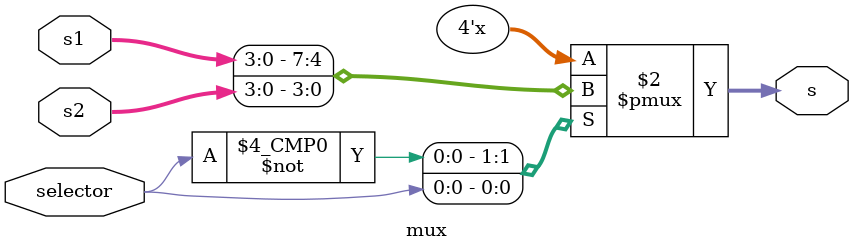
<source format=sv>
module mux (input logic [3:0] s1, s2,
					input logic selector,
					output logic [3:0] s);
					
	always_comb 
		begin
			case(selector)
				// assigns output variable based on input of selector
				1'b0: 	s = s1;
				1'b1:	s = s2;
			endcase
	end
	
	

endmodule

</source>
